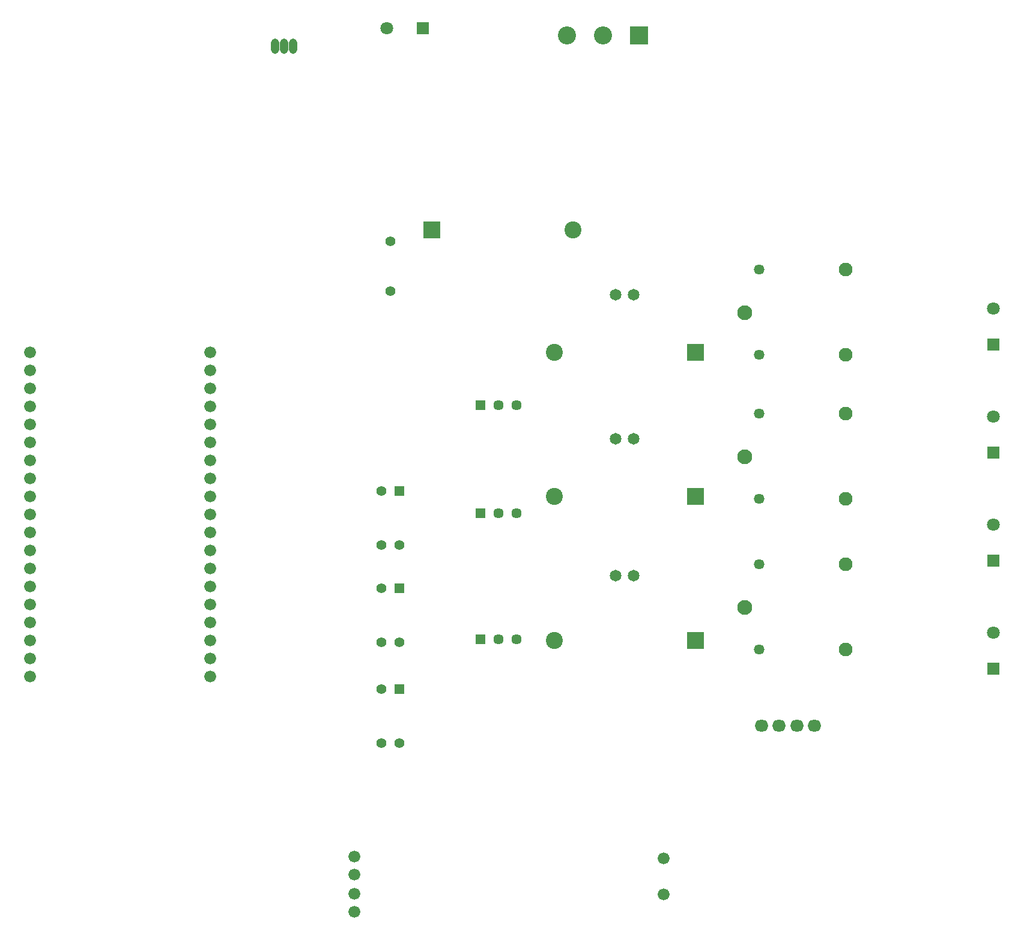
<source format=gbs>
G04*
G04 #@! TF.GenerationSoftware,Altium Limited,Altium Designer,25.5.2 (35)*
G04*
G04 Layer_Color=16711935*
%FSLAX44Y44*%
%MOMM*%
G71*
G04*
G04 #@! TF.SameCoordinates,152D6A4D-AA4F-4EEC-A116-D63785992ADA*
G04*
G04*
G04 #@! TF.FilePolarity,Negative*
G04*
G01*
G75*
%ADD23R,1.4100X1.4100*%
%ADD24C,1.4100*%
%ADD25O,1.1500X2.1500*%
%ADD26O,1.1500X2.1500*%
%ADD27R,2.5500X2.5500*%
%ADD28C,1.8000*%
%ADD29C,2.4000*%
%ADD30R,1.4480X1.4480*%
%ADD31O,1.9280X1.6740*%
%ADD32C,1.6740*%
%ADD33R,2.4000X2.4000*%
%ADD34C,1.6500*%
%ADD35C,1.4480*%
%ADD36R,1.8000X1.8000*%
%ADD37C,2.5500*%
%ADD38C,1.4580*%
%ADD39C,1.9500*%
%ADD40C,2.1000*%
%ADD41R,1.8000X1.8000*%
%ADD42C,1.4080*%
D23*
X546100Y353060D02*
D03*
Y490220D02*
D03*
Y210820D02*
D03*
D24*
X520700Y353060D02*
D03*
Y276860D02*
D03*
X546100D02*
D03*
X520700Y490220D02*
D03*
Y414020D02*
D03*
X546100D02*
D03*
X520700Y210820D02*
D03*
Y134620D02*
D03*
X546100D02*
D03*
D25*
X396240Y1117600D02*
D03*
X370840D02*
D03*
D26*
X383540D02*
D03*
D27*
X883920Y1132840D02*
D03*
D28*
X528320Y1143000D02*
D03*
X1383030Y443230D02*
D03*
Y290830D02*
D03*
Y595630D02*
D03*
Y748030D02*
D03*
D29*
X790380Y858520D02*
D03*
X764100Y685800D02*
D03*
Y279400D02*
D03*
Y482600D02*
D03*
D30*
X660400Y611700D02*
D03*
Y459300D02*
D03*
Y281500D02*
D03*
D31*
X1105916Y159258D02*
D03*
X1130808D02*
D03*
X1080770D02*
D03*
X1056132D02*
D03*
D32*
X482600Y-25400D02*
D03*
X279400Y533400D02*
D03*
Y381000D02*
D03*
X482600Y-102870D02*
D03*
Y-77470D02*
D03*
Y-50800D02*
D03*
X918210Y-78740D02*
D03*
Y-27940D02*
D03*
X25400Y685800D02*
D03*
Y482600D02*
D03*
Y228600D02*
D03*
Y660400D02*
D03*
Y635000D02*
D03*
Y609600D02*
D03*
Y584200D02*
D03*
Y558800D02*
D03*
Y533400D02*
D03*
Y508000D02*
D03*
Y457200D02*
D03*
Y431800D02*
D03*
Y406400D02*
D03*
Y381000D02*
D03*
Y355600D02*
D03*
Y330200D02*
D03*
Y304800D02*
D03*
Y279400D02*
D03*
Y254000D02*
D03*
X279400Y660400D02*
D03*
Y635000D02*
D03*
Y584200D02*
D03*
Y558800D02*
D03*
Y609600D02*
D03*
Y685800D02*
D03*
Y228600D02*
D03*
Y355600D02*
D03*
Y406400D02*
D03*
Y431800D02*
D03*
Y457200D02*
D03*
Y482600D02*
D03*
Y508000D02*
D03*
Y254000D02*
D03*
Y279400D02*
D03*
Y304800D02*
D03*
Y330200D02*
D03*
D33*
X963100Y685800D02*
D03*
Y279400D02*
D03*
Y482600D02*
D03*
X591380Y858520D02*
D03*
D34*
X850900Y370840D02*
D03*
X876300D02*
D03*
X850900Y563880D02*
D03*
X876300D02*
D03*
X850900Y767080D02*
D03*
X876300D02*
D03*
D35*
X711200Y611700D02*
D03*
X685800D02*
D03*
X711200Y459300D02*
D03*
X685800D02*
D03*
X711200Y281500D02*
D03*
X685800D02*
D03*
D36*
X579120Y1143000D02*
D03*
D37*
X833120Y1132840D02*
D03*
X782320D02*
D03*
D38*
X1052790Y267350D02*
D03*
Y387350D02*
D03*
Y802950D02*
D03*
Y599750D02*
D03*
Y479750D02*
D03*
Y682950D02*
D03*
D39*
X1174790Y387350D02*
D03*
Y267350D02*
D03*
Y599750D02*
D03*
Y479750D02*
D03*
Y682950D02*
D03*
Y802950D02*
D03*
D40*
X1032790Y326150D02*
D03*
Y538550D02*
D03*
Y741750D02*
D03*
D41*
X1383030Y392430D02*
D03*
Y240030D02*
D03*
Y544830D02*
D03*
Y697230D02*
D03*
D42*
X533400Y842720D02*
D03*
Y772720D02*
D03*
M02*

</source>
